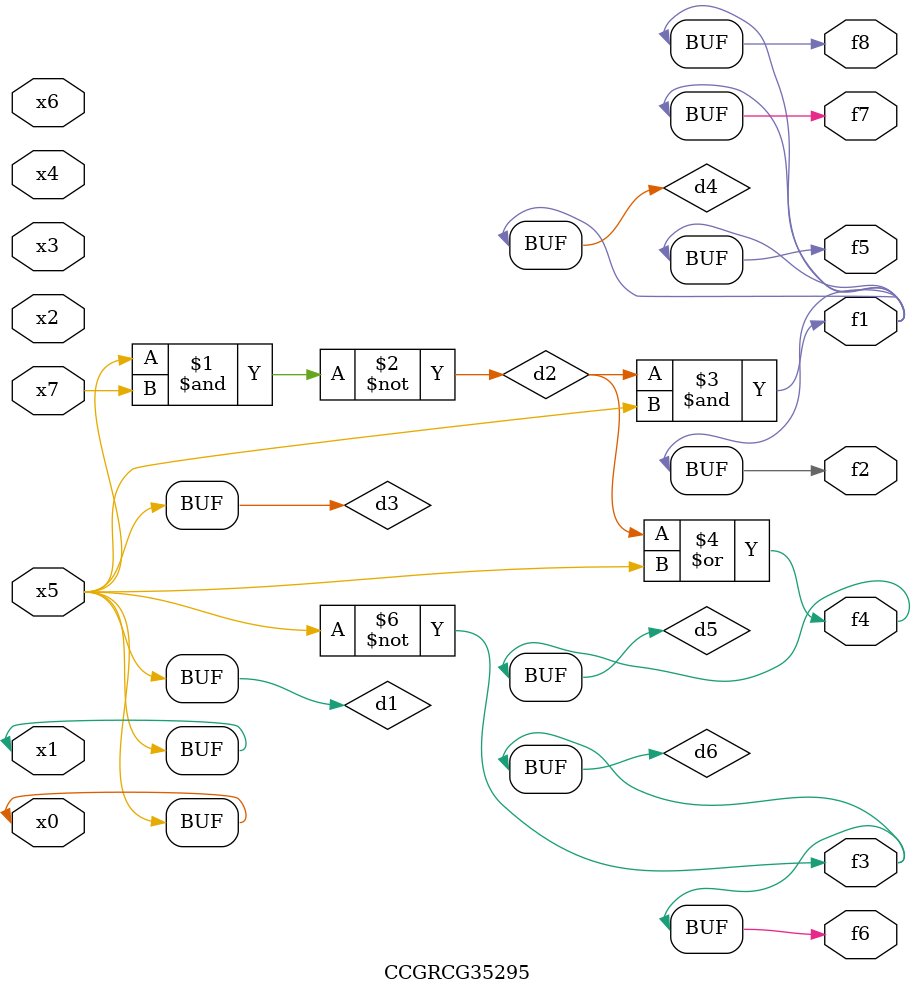
<source format=v>
module CCGRCG35295(
	input x0, x1, x2, x3, x4, x5, x6, x7,
	output f1, f2, f3, f4, f5, f6, f7, f8
);

	wire d1, d2, d3, d4, d5, d6;

	buf (d1, x0, x5);
	nand (d2, x5, x7);
	buf (d3, x0, x1);
	and (d4, d2, d3);
	or (d5, d2, d3);
	nor (d6, d1, d3);
	assign f1 = d4;
	assign f2 = d4;
	assign f3 = d6;
	assign f4 = d5;
	assign f5 = d4;
	assign f6 = d6;
	assign f7 = d4;
	assign f8 = d4;
endmodule

</source>
